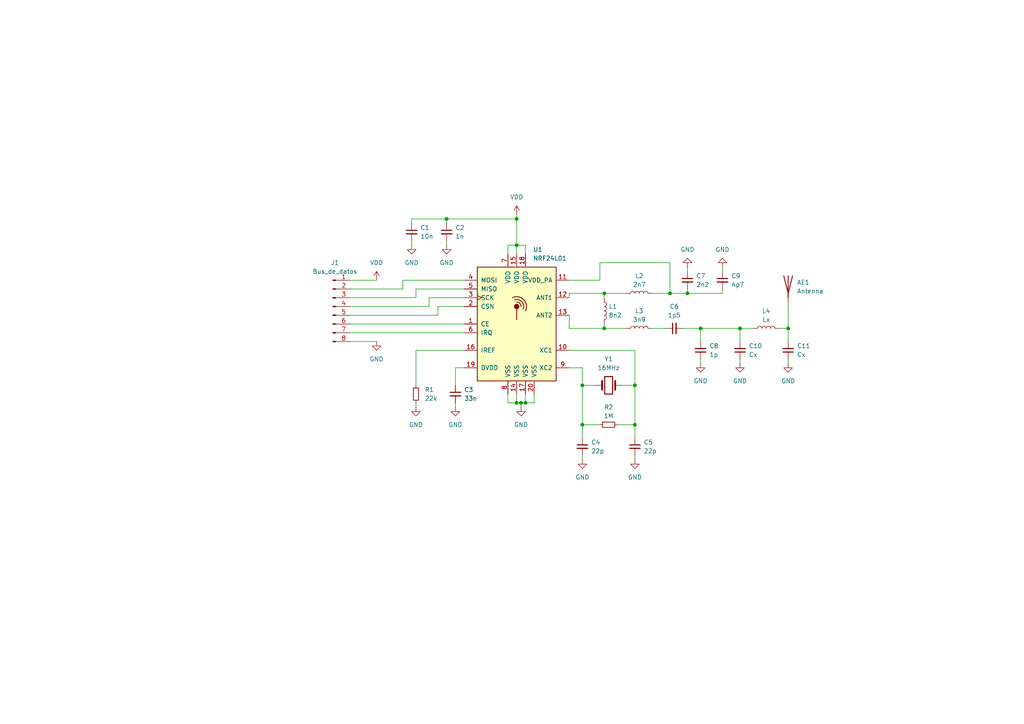
<source format=kicad_sch>
(kicad_sch (version 20250114) (generator "eeschema") (generator_version "9.0")
  (paper "A4")
  (lib_symbols
    (symbol "Connector:Conn_01x08_Pin" (pin_names (offset 1.016) (hide yes))
      (property "Reference" "J" (at 0 10.16 0))
      (property "Value" "Conn_01x08_Pin" (at 0 -12.7 0))
      (symbol "Conn_01x08_Pin_1_1"
        (rectangle (start 0.8636 7.747) (end 0 7.493) (stroke (width 0.1524)) (fill (type outline)))
        (rectangle (start 0.8636 5.207) (end 0 4.953) (stroke (width 0.1524)) (fill (type outline)))
        (rectangle (start 0.8636 2.667) (end 0 2.413) (stroke (width 0.1524)) (fill (type outline)))
        (rectangle (start 0.8636 0.127) (end 0 -0.127) (stroke (width 0.1524)) (fill (type outline)))
        (rectangle (start 0.8636 -2.413) (end 0 -2.667) (stroke (width 0.1524)) (fill (type outline)))
        (rectangle (start 0.8636 -4.953) (end 0 -5.207) (stroke (width 0.1524)) (fill (type outline)))
        (rectangle (start 0.8636 -7.493) (end 0 -7.747) (stroke (width 0.1524)) (fill (type outline)))
        (rectangle (start 0.8636 -10.033) (end 0 -10.287) (stroke (width 0.1524)) (fill (type outline)))
        (polyline (pts (xy 1.27 7.62) (xy 0.8636 7.62)) (stroke (width 0.1524)))
        (polyline (pts (xy 1.27 5.08) (xy 0.8636 5.08)) (stroke (width 0.1524)))
        (polyline (pts (xy 1.27 2.54) (xy 0.8636 2.54)) (stroke (width 0.1524)))
        (polyline (pts (xy 1.27 0) (xy 0.8636 0)) (stroke (width 0.1524)))
        (polyline (pts (xy 1.27 -2.54) (xy 0.8636 -2.54)) (stroke (width 0.1524)))
        (polyline (pts (xy 1.27 -5.08) (xy 0.8636 -5.08)) (stroke (width 0.1524)))
        (polyline (pts (xy 1.27 -7.62) (xy 0.8636 -7.62)) (stroke (width 0.1524)))
        (polyline (pts (xy 1.27 -10.16) (xy 0.8636 -10.16)) (stroke (width 0.1524)))
        (pin passive line (at 5.08 7.62 180) (length 3.81) (name "Pin_1") (number "1"))
        (pin passive line (at 5.08 5.08 180) (length 3.81) (name "Pin_2") (number "2"))
        (pin passive line (at 5.08 2.54 180) (length 3.81) (name "Pin_3") (number "3"))
        (pin passive line (at 5.08 0 180) (length 3.81) (name "Pin_4") (number "4"))
        (pin passive line (at 5.08 -2.54 180) (length 3.81) (name "Pin_5") (number "5"))
        (pin passive line (at 5.08 -5.08 180) (length 3.81) (name "Pin_6") (number "6"))
        (pin passive line (at 5.08 -7.62 180) (length 3.81) (name "Pin_7") (number "7"))
        (pin passive line (at 5.08 -10.16 180) (length 3.81) (name "Pin_8") (number "8"))
      )
    )
    (symbol "Device:Antenna" (pin_numbers (hide yes)) (pin_names (offset 1.016) (hide yes))
      (property "Reference" "AE" (at -1.905 1.905 0))
      (property "Value" "Antenna" (at -1.905 0 0))
      (symbol "Antenna_0_1"
        (polyline (pts (xy 0 2.54) (xy 0 -3.81)) (stroke (width 0.254)))
        (polyline (pts (xy 1.27 2.54) (xy 0 -2.54) (xy -1.27 2.54)) (stroke (width 0.254)))
      )
      (symbol "Antenna_1_1"
        (pin input line (at 0 -5.08 90) (length 2.54) (name "A") (number "1"))
      )
    )
    (symbol "Device:C_Small" (pin_numbers (hide yes)) (pin_names (offset 0.254) (hide yes))
      (property "Reference" "C" (at 0.254 1.778 0))
      (property "Value" "C_Small" (at 0.254 -2.032 0))
      (symbol "C_Small_0_1"
        (polyline (pts (xy -1.524 0.508) (xy 1.524 0.508)) (stroke (width 0.3048)))
        (polyline (pts (xy -1.524 -0.508) (xy 1.524 -0.508)) (stroke (width 0.3302)))
      )
      (symbol "C_Small_1_1"
        (pin passive line (at 0 2.54 270) (length 2.032) (name "~") (number "1"))
        (pin passive line (at 0 -2.54 90) (length 2.032) (name "~") (number "2"))
      )
    )
    (symbol "Device:Crystal" (pin_numbers (hide yes)) (pin_names (offset 1.016) (hide yes))
      (property "Reference" "Y" (at 0 3.81 0))
      (property "Value" "Crystal" (at 0 -3.81 0))
      (symbol "Crystal_0_1"
        (polyline (pts (xy -2.54 0) (xy -1.905 0)))
        (polyline (pts (xy -1.905 -1.27) (xy -1.905 1.27)) (stroke (width 0.508)))
        (rectangle (start -1.143 2.54) (end 1.143 -2.54) (stroke (width 0.3048)))
        (polyline (pts (xy 1.905 -1.27) (xy 1.905 1.27)) (stroke (width 0.508)))
        (polyline (pts (xy 2.54 0) (xy 1.905 0)))
      )
      (symbol "Crystal_1_1"
        (pin passive line (at -3.81 0 0) (length 1.27) (name "1") (number "1"))
        (pin passive line (at 3.81 0 180) (length 1.27) (name "2") (number "2"))
      )
    )
    (symbol "Device:L" (pin_numbers (hide yes)) (pin_names (offset 1.016) (hide yes))
      (property "Reference" "L" (at -1.27 0 90))
      (property "Value" "L" (at 1.905 0 90))
      (symbol "L_0_1"
        (arc (start 0 2.54) (mid 0.6323 1.905) (end 0 1.27))
        (arc (start 0 1.27) (mid 0.6323 0.635) (end 0 0))
        (arc (start 0 0) (mid 0.6323 -0.635) (end 0 -1.27))
        (arc (start 0 -1.27) (mid 0.6323 -1.905) (end 0 -2.54))
      )
      (symbol "L_1_1"
        (pin passive line (at 0 3.81 270) (length 1.27) (name "1") (number "1"))
        (pin passive line (at 0 -3.81 90) (length 1.27) (name "2") (number "2"))
      )
    )
    (symbol "Device:R_Small" (pin_numbers (hide yes)) (pin_names (offset 0.254) (hide yes))
      (property "Reference" "R" (at 0.762 0.508 0))
      (property "Value" "R_Small" (at 0.762 -1.016 0))
      (symbol "R_Small_0_1"
        (rectangle (start -0.762 1.778) (end 0.762 -1.778) (stroke (width 0.2032)))
      )
      (symbol "R_Small_1_1"
        (pin passive line (at 0 2.54 270) (length 0.762) (name "~") (number "1"))
        (pin passive line (at 0 -2.54 90) (length 0.762) (name "~") (number "2"))
      )
    )
    (symbol "RF:NRF24L01" (pin_names (offset 1.016))
      (property "Reference" "U" (at -11.43 17.78 0))
      (property "Value" "NRF24L01" (at 5.08 17.78 0))
      (symbol "NRF24L01_0_1"
        (rectangle (start -11.43 16.51) (end 11.43 -16.51) (stroke (width 0.254)) (fill (type background)))
        (arc (start -1.27 7.62) (mid 2.008 7.088) (end 2.54 3.81) (stroke (width 0.254)))
        (circle (center 0 5.08) (radius 0.635) (stroke (width 0.254)) (fill (type outline)))
        (polyline (pts (xy 0 4.445) (xy 0 1.27)) (stroke (width 0.254)))
        (arc (start -0.635 6.985) (mid 1.4383 6.5183) (end 1.905 4.445) (stroke (width 0.254)))
        (arc (start 0 6.35) (mid 0.9108 5.9908) (end 1.27 5.08) (stroke (width 0.254)))
        (rectangle (start 11.43 -13.97) (end 11.43 -13.97))
      )
      (symbol "NRF24L01_1_1"
        (pin input line (at -15.24 12.7 0) (length 3.81) (name "MOSI") (number "4"))
        (pin output line (at -15.24 10.16 0) (length 3.81) (name "MISO") (number "5"))
        (pin input clock (at -15.24 7.62 0) (length 3.81) (name "SCK") (number "3"))
        (pin input line (at -15.24 5.08 0) (length 3.81) (name "CSN") (number "2"))
        (pin input line (at -15.24 0 0) (length 3.81) (name "CE") (number "1"))
        (pin output line (at -15.24 -2.54 0) (length 3.81) (name "IRQ") (number "6"))
        (pin passive line (at -15.24 -7.62 0) (length 3.81) (name "IREF") (number "16"))
        (pin power_out line (at -15.24 -12.7 0) (length 3.81) (name "DVDD") (number "19"))
        (pin power_in line (at -2.54 20.32 270) (length 3.81) (name "VDD") (number "7"))
        (pin power_in line (at -2.54 -20.32 90) (length 3.81) (name "VSS") (number "8"))
        (pin power_in line (at 0 20.32 270) (length 3.81) (name "VDD") (number "15"))
        (pin power_in line (at 0 -20.32 90) (length 3.81) (name "VSS") (number "14"))
        (pin power_in line (at 2.54 20.32 270) (length 3.81) (name "VDD") (number "18"))
        (pin power_in line (at 2.54 -20.32 90) (length 3.81) (name "VSS") (number "17"))
        (pin power_in line (at 5.08 -20.32 90) (length 3.81) (name "VSS") (number "20"))
        (pin power_out line (at 15.24 12.7 180) (length 3.81) (name "VDD_PA") (number "11"))
        (pin passive line (at 15.24 7.62 180) (length 3.81) (name "ANT1") (number "12"))
        (pin passive line (at 15.24 2.54 180) (length 3.81) (name "ANT2") (number "13"))
        (pin passive line (at 15.24 -7.62 180) (length 3.81) (name "XC1") (number "10"))
        (pin passive line (at 15.24 -12.7 180) (length 3.81) (name "XC2") (number "9"))
      )
    )
    (symbol "power:GND" (power) (pin_numbers (hide yes)) (pin_names (offset 0) (hide yes))
      (property "Value" "GND" (at 0 -3.81 0))
      (symbol "GND_0_1"
        (polyline (pts (xy 0 0) (xy 0 -1.27) (xy 1.27 -1.27) (xy 0 -2.54) (xy -1.27 -1.27) (xy 0 -1.27)))
      )
      (symbol "GND_1_1"
        (pin power_in line (at 0 0 270) (length 0) (name "~") (number "1"))
      )
    )
    (symbol "power:VDD" (power) (pin_numbers (hide yes)) (pin_names (offset 0) (hide yes))
      (property "Value" "VDD" (at 0 3.556 0))
      (symbol "VDD_0_1"
        (polyline (pts (xy -0.762 1.27) (xy 0 2.54)))
        (polyline (pts (xy 0 2.54) (xy 0.762 1.27)))
        (polyline (pts (xy 0 0) (xy 0 2.54)))
      )
      (symbol "VDD_1_1"
        (pin power_in line (at 0 0 90) (length 0) (name "~") (number "1"))
      )
    )
  )
  (junction (at 149.86 116.84))
  (junction (at 151.13 116.84))
  (junction (at 214.63 95.25))
  (junction (at 152.4 116.84))
  (junction (at 199.39 85.09))
  (junction (at 203.2 95.25))
  (junction (at 129.54 63.5))
  (junction (at 184.15 123.19))
  (junction (at 184.15 111.76))
  (junction (at 175.26 95.25))
  (junction (at 228.6 95.25))
  (junction (at 149.86 63.5))
  (junction (at 168.91 123.19))
  (junction (at 175.26 85.09))
  (junction (at 194.31 85.09))
  (junction (at 168.91 111.76))
  (junction (at 149.86 71.12))
  (wire (pts (xy 173.99 81.28) (xy 173.99 76.2)))
  (wire (pts (xy 151.13 116.84) (xy 152.4 116.84)))
  (wire (pts (xy 120.65 86.36) (xy 120.65 83.82)))
  (wire (pts (xy 147.32 114.3) (xy 147.32 116.84)))
  (wire (pts (xy 165.1 106.68) (xy 168.91 106.68)))
  (wire (pts (xy 132.08 111.76) (xy 132.08 106.68)))
  (wire (pts (xy 184.15 101.6) (xy 184.15 111.76)))
  (wire (pts (xy 175.26 93.98) (xy 175.26 95.25)))
  (wire (pts (xy 154.94 116.84) (xy 154.94 114.3)))
  (wire (pts (xy 149.86 62.23) (xy 149.86 63.5)))
  (wire (pts (xy 199.39 85.09) (xy 209.55 85.09)))
  (wire (pts (xy 168.91 123.19) (xy 173.99 123.19)))
  (wire (pts (xy 165.1 86.36) (xy 165.1 85.09)))
  (wire (pts (xy 168.91 123.19) (xy 168.91 127)))
  (wire (pts (xy 226.06 95.25) (xy 228.6 95.25)))
  (wire (pts (xy 149.86 114.3) (xy 149.86 116.84)))
  (wire (pts (xy 127 88.9) (xy 134.62 88.9)))
  (wire (pts (xy 101.6 93.98) (xy 134.62 93.98)))
  (wire (pts (xy 129.54 63.5) (xy 149.86 63.5)))
  (wire (pts (xy 101.6 96.52) (xy 134.62 96.52)))
  (wire (pts (xy 189.23 85.09) (xy 194.31 85.09)))
  (wire (pts (xy 132.08 116.84) (xy 132.08 118.11)))
  (wire (pts (xy 101.6 86.36) (xy 120.65 86.36)))
  (wire (pts (xy 120.65 116.84) (xy 120.65 118.11)))
  (wire (pts (xy 184.15 111.76) (xy 184.15 123.19)))
  (wire (pts (xy 119.38 63.5) (xy 129.54 63.5)))
  (wire (pts (xy 151.13 116.84) (xy 151.13 118.11)))
  (wire (pts (xy 168.91 106.68) (xy 168.91 111.76)))
  (wire (pts (xy 214.63 95.25) (xy 218.44 95.25)))
  (wire (pts (xy 203.2 104.14) (xy 203.2 105.41)))
  (wire (pts (xy 152.4 114.3) (xy 152.4 116.84)))
  (wire (pts (xy 214.63 95.25) (xy 214.63 99.06)))
  (wire (pts (xy 101.6 83.82) (xy 116.84 83.82)))
  (wire (pts (xy 120.65 83.82) (xy 134.62 83.82)))
  (wire (pts (xy 173.99 76.2) (xy 194.31 76.2)))
  (wire (pts (xy 228.6 104.14) (xy 228.6 105.41)))
  (wire (pts (xy 147.32 116.84) (xy 149.86 116.84)))
  (wire (pts (xy 127 91.44) (xy 127 88.9)))
  (wire (pts (xy 101.6 81.28) (xy 109.22 81.28)))
  (wire (pts (xy 165.1 101.6) (xy 184.15 101.6)))
  (wire (pts (xy 120.65 111.76) (xy 120.65 101.6)))
  (wire (pts (xy 129.54 69.85) (xy 129.54 71.12)))
  (wire (pts (xy 165.1 85.09) (xy 175.26 85.09)))
  (wire (pts (xy 175.26 85.09) (xy 181.61 85.09)))
  (wire (pts (xy 152.4 116.84) (xy 154.94 116.84)))
  (wire (pts (xy 149.86 116.84) (xy 151.13 116.84)))
  (wire (pts (xy 101.6 99.06) (xy 109.22 99.06)))
  (wire (pts (xy 203.2 95.25) (xy 203.2 99.06)))
  (wire (pts (xy 119.38 64.77) (xy 119.38 63.5)))
  (wire (pts (xy 184.15 132.08) (xy 184.15 133.35)))
  (wire (pts (xy 149.86 71.12) (xy 149.86 73.66)))
  (wire (pts (xy 165.1 91.44) (xy 165.1 95.25)))
  (wire (pts (xy 175.26 85.09) (xy 175.26 86.36)))
  (wire (pts (xy 124.46 88.9) (xy 124.46 86.36)))
  (wire (pts (xy 228.6 87.63) (xy 228.6 95.25)))
  (wire (pts (xy 194.31 85.09) (xy 199.39 85.09)))
  (wire (pts (xy 228.6 95.25) (xy 228.6 99.06)))
  (wire (pts (xy 199.39 78.74) (xy 199.39 77.47)))
  (wire (pts (xy 199.39 83.82) (xy 199.39 85.09)))
  (wire (pts (xy 165.1 95.25) (xy 175.26 95.25)))
  (wire (pts (xy 189.23 95.25) (xy 193.04 95.25)))
  (wire (pts (xy 175.26 95.25) (xy 181.61 95.25)))
  (wire (pts (xy 147.32 71.12) (xy 149.86 71.12)))
  (wire (pts (xy 149.86 71.12) (xy 152.4 71.12)))
  (wire (pts (xy 209.55 85.09) (xy 209.55 83.82)))
  (wire (pts (xy 149.86 63.5) (xy 149.86 71.12)))
  (wire (pts (xy 116.84 81.28) (xy 134.62 81.28)))
  (wire (pts (xy 214.63 104.14) (xy 214.63 105.41)))
  (wire (pts (xy 147.32 73.66) (xy 147.32 71.12)))
  (wire (pts (xy 132.08 106.68) (xy 134.62 106.68)))
  (wire (pts (xy 165.1 81.28) (xy 173.99 81.28)))
  (wire (pts (xy 101.6 91.44) (xy 127 91.44)))
  (wire (pts (xy 168.91 111.76) (xy 172.72 111.76)))
  (wire (pts (xy 168.91 111.76) (xy 168.91 123.19)))
  (wire (pts (xy 101.6 88.9) (xy 124.46 88.9)))
  (wire (pts (xy 119.38 69.85) (xy 119.38 71.12)))
  (wire (pts (xy 179.07 123.19) (xy 184.15 123.19)))
  (wire (pts (xy 198.12 95.25) (xy 203.2 95.25)))
  (wire (pts (xy 214.63 95.25) (xy 203.2 95.25)))
  (wire (pts (xy 180.34 111.76) (xy 184.15 111.76)))
  (wire (pts (xy 184.15 123.19) (xy 184.15 127)))
  (wire (pts (xy 152.4 71.12) (xy 152.4 73.66)))
  (wire (pts (xy 209.55 78.74) (xy 209.55 77.47)))
  (wire (pts (xy 194.31 76.2) (xy 194.31 85.09)))
  (wire (pts (xy 168.91 132.08) (xy 168.91 133.35)))
  (wire (pts (xy 120.65 101.6) (xy 134.62 101.6)))
  (wire (pts (xy 116.84 83.82) (xy 116.84 81.28)))
  (wire (pts (xy 124.46 86.36) (xy 134.62 86.36)))
  (wire (pts (xy 129.54 64.77) (xy 129.54 63.5)))
  (symbol (lib_id "power:GND") (at 168.91 133.35 0) (unit 1)
    (property "Reference" "#PWR09" (effects (hide yes)))
    (property "Value" "GND" (at 168.91 138.43 0))
    (property "Description" "Power symbol creates a global label with name \"GND\" , ground" (effects (hide yes)))
  )
  (symbol (lib_id "power:GND") (at 214.63 105.41 0) (unit 1)
    (property "Reference" "#PWR014" (effects (hide yes)))
    (property "Value" "GND" (at 214.63 110.49 0))
    (property "Description" "Power symbol creates a global label with name \"GND\" , ground" (effects (hide yes)))
  )
  (symbol (lib_id "power:VDD") (at 149.86 62.23 0) (unit 1)
    (property "Reference" "#PWR07" (effects (hide yes)))
    (property "Value" "VDD" (at 149.86 57.15 0))
    (property "Description" "Power symbol creates a global label with name \"VDD\"" (effects (hide yes)))
  )
  (symbol (lib_id "Device:L") (at 185.42 95.25 90) (unit 1)
    (property "Reference" "L3" (at 185.42 90.17 90))
    (property "Value" "3n9" (at 185.42 92.71 90))
    (property "Footprint" "Inductor_SMD:L_0402_1005Metric" (effects (hide yes)))
    (property "Description" "Inductor" (effects (hide yes)))
  )
  (symbol (lib_id "power:GND") (at 129.54 71.12 0) (unit 1)
    (property "Reference" "#PWR05" (effects (hide yes)))
    (property "Value" "GND" (at 129.54 76.2 0))
    (property "Description" "Power symbol creates a global label with name \"GND\" , ground" (effects (hide yes)))
  )
  (symbol (lib_id "power:GND") (at 203.2 105.41 0) (unit 1)
    (property "Reference" "#PWR012" (effects (hide yes)))
    (property "Value" "GND" (at 203.2 110.49 0))
    (property "Description" "Power symbol creates a global label with name \"GND\" , ground" (effects (hide yes)))
  )
  (symbol (lib_id "Device:L") (at 185.42 85.09 90) (unit 1)
    (property "Reference" "L2" (at 185.42 80.01 90))
    (property "Value" "2n7" (at 185.42 82.55 90))
    (property "Footprint" "Inductor_SMD:L_0402_1005Metric" (effects (hide yes)))
    (property "Description" "Inductor" (effects (hide yes)))
  )
  (symbol (lib_id "Device:C_Small") (at 228.6 101.6 180) (unit 1)
    (property "Reference" "C11" (at 231.14 100.3235 0) (effects (justify right)))
    (property "Value" "Cx" (at 231.14 102.8635 0) (effects (justify right)))
    (property "Footprint" "Capacitor_SMD:C_0402_1005Metric" (effects (hide yes)))
    (property "Description" "Unpolarized capacitor, small symbol" (effects (hide yes)))
  )
  (symbol (lib_id "Device:C_Small") (at 214.63 101.6 180) (unit 1)
    (property "Reference" "C10" (at 217.17 100.3235 0) (effects (justify right)))
    (property "Value" "Cx" (at 217.17 102.8635 0) (effects (justify right)))
    (property "Footprint" "Capacitor_SMD:C_0402_1005Metric" (effects (hide yes)))
    (property "Description" "Unpolarized capacitor, small symbol" (effects (hide yes)))
  )
  (symbol (lib_id "Device:C_Small") (at 203.2 101.6 180) (unit 1)
    (property "Reference" "C8" (at 205.74 100.3235 0) (effects (justify right)))
    (property "Value" "1p" (at 205.74 102.8635 0) (effects (justify right)))
    (property "Footprint" "Capacitor_SMD:C_0402_1005Metric" (effects (hide yes)))
    (property "Description" "Unpolarized capacitor, small symbol" (effects (hide yes)))
  )
  (symbol (lib_id "Device:C_Small") (at 129.54 67.31 0) (unit 1)
    (property "Reference" "C2" (at 132.08 66.0462 0) (effects (justify left)))
    (property "Value" "1n" (at 132.08 68.5862 0) (effects (justify left)))
    (property "Footprint" "Capacitor_SMD:C_0402_1005Metric" (effects (hide yes)))
    (property "Description" "Unpolarized capacitor, small symbol" (effects (hide yes)))
  )
  (symbol (lib_id "Device:C_Small") (at 199.39 81.28 0) (unit 1)
    (property "Reference" "C7" (at 201.93 80.0162 0) (effects (justify left)))
    (property "Value" "2n2" (at 201.93 82.5562 0) (effects (justify left)))
    (property "Footprint" "Capacitor_SMD:C_0402_1005Metric" (effects (hide yes)))
    (property "Description" "Unpolarized capacitor, small symbol" (effects (hide yes)))
  )
  (symbol (lib_id "power:GND") (at 132.08 118.11 0) (unit 1)
    (property "Reference" "#PWR06" (effects (hide yes)))
    (property "Value" "GND" (at 132.08 123.19 0))
    (property "Description" "Power symbol creates a global label with name \"GND\" , ground" (effects (hide yes)))
  )
  (symbol (lib_id "Connector:Conn_01x08_Pin") (at 96.52 88.9 0) (unit 1)
    (property "Reference" "J1" (at 97.155 76.2 0))
    (property "Value" "Bus_de_datos" (at 97.155 78.74 0))
    (property "Footprint" "Connector_Hirose:Hirose_DF13-08P-1.25DSA_1x08_P1.25mm_Vertical" (effects (hide yes)))
    (property "Description" "Generic connector, single row, 01x08, script generated" (effects (hide yes)))
  )
  (symbol (lib_id "Device:C_Small") (at 184.15 129.54 0) (unit 1)
    (property "Reference" "C5" (at 186.69 128.2762 0) (effects (justify left)))
    (property "Value" "22p" (at 186.69 130.8162 0) (effects (justify left)))
    (property "Footprint" "Capacitor_SMD:C_0402_1005Metric" (effects (hide yes)))
    (property "Description" "Unpolarized capacitor, small symbol" (effects (hide yes)))
  )
  (symbol (lib_id "Device:C_Small") (at 168.91 129.54 0) (unit 1)
    (property "Reference" "C4" (at 171.45 128.2762 0) (effects (justify left)))
    (property "Value" "22p" (at 171.45 130.8162 0) (effects (justify left)))
    (property "Footprint" "Capacitor_SMD:C_0402_1005Metric" (effects (hide yes)))
    (property "Description" "Unpolarized capacitor, small symbol" (effects (hide yes)))
  )
  (symbol (lib_id "power:GND") (at 199.39 77.47 180) (unit 1)
    (property "Reference" "#PWR011" (effects (hide yes)))
    (property "Value" "GND" (at 199.39 72.39 0))
    (property "Description" "Power symbol creates a global label with name \"GND\" , ground" (effects (hide yes)))
  )
  (symbol (lib_id "power:GND") (at 119.38 71.12 0) (unit 1)
    (property "Reference" "#PWR03" (effects (hide yes)))
    (property "Value" "GND" (at 119.38 76.2 0))
    (property "Description" "Power symbol creates a global label with name \"GND\" , ground" (effects (hide yes)))
  )
  (symbol (lib_id "power:GND") (at 184.15 133.35 0) (unit 1)
    (property "Reference" "#PWR010" (effects (hide yes)))
    (property "Value" "GND" (at 184.15 138.43 0))
    (property "Description" "Power symbol creates a global label with name \"GND\" , ground" (effects (hide yes)))
  )
  (symbol (lib_id "Device:Crystal") (at 176.53 111.76 0) (unit 1)
    (property "Reference" "Y1" (at 176.53 104.14 0))
    (property "Value" "16MHz" (at 176.53 106.68 0))
    (property "Footprint" "Crystal:Crystal_SMD_3215-2Pin_3.2x1.5mm" (effects (hide yes)))
    (property "Description" "Two pin crystal" (effects (hide yes)))
  )
  (symbol (lib_id "Device:R_Small") (at 176.53 123.19 90) (unit 1)
    (property "Reference" "R2" (at 176.53 118.11 90))
    (property "Value" "1M" (at 176.53 120.65 90))
    (property "Footprint" "Resistor_SMD:R_0402_1005Metric" (effects (hide yes)))
    (property "Description" "Resistor, small symbol" (effects (hide yes)))
  )
  (symbol (lib_id "Device:C_Small") (at 195.58 95.25 90) (unit 1)
    (property "Reference" "C6" (at 195.5863 88.9 90))
    (property "Value" "1p5" (at 195.5863 91.44 90))
    (property "Footprint" "Capacitor_SMD:C_0402_1005Metric" (effects (hide yes)))
    (property "Description" "Unpolarized capacitor, small symbol" (effects (hide yes)))
  )
  (symbol (lib_id "power:VDD") (at 109.22 81.28 0) (unit 1)
    (property "Reference" "#PWR01" (effects (hide yes)))
    (property "Value" "VDD" (at 109.22 76.2 0))
    (property "Description" "Power symbol creates a global label with name \"VDD\"" (effects (hide yes)))
  )
  (symbol (lib_id "Device:L") (at 222.25 95.25 90) (unit 1)
    (property "Reference" "L4" (at 222.25 90.17 90))
    (property "Value" "Lx" (at 222.25 92.71 90))
    (property "Footprint" "Inductor_SMD:L_0402_1005Metric" (effects (hide yes)))
    (property "Description" "Inductor" (effects (hide yes)))
  )
  (symbol (lib_id "power:GND") (at 120.65 118.11 0) (unit 1)
    (property "Reference" "#PWR04" (effects (hide yes)))
    (property "Value" "GND" (at 120.65 123.19 0))
    (property "Description" "Power symbol creates a global label with name \"GND\" , ground" (effects (hide yes)))
  )
  (symbol (lib_id "Device:L") (at 175.26 90.17 0) (unit 1)
    (property "Reference" "L1" (at 176.53 88.8999 0) (effects (justify left)))
    (property "Value" "8n2" (at 176.53 91.4399 0) (effects (justify left)))
    (property "Footprint" "Inductor_SMD:L_0402_1005Metric" (effects (hide yes)))
    (property "Description" "Inductor" (effects (hide yes)))
  )
  (symbol (lib_id "RF:NRF24L01") (at 149.86 93.98 0) (unit 1)
    (property "Reference" "U1" (at 154.5941 72.39 0) (effects (justify left)))
    (property "Value" "NRF24L01" (at 154.5941 74.93 0) (effects (justify left)))
    (property "Footprint" "Package_DFN_QFN:QFN-20-1EP_4x4mm_P0.5mm_EP2.5x2.5mm" (effects (hide yes)))
    (property "Datasheet" "http://www.nordicsemi.com/eng/content/download/2730/34105/file/nRF24L01_Product_Specification_v2_0.pdf" (effects (hide yes)))
    (property "Description" "Ultra low power 2.4GHz RF Transceiver, QFN-20" (effects (hide yes)))
  )
  (symbol (lib_id "Device:C_Small") (at 209.55 81.28 0) (unit 1)
    (property "Reference" "C9" (at 212.09 80.0162 0) (effects (justify left)))
    (property "Value" "4p7" (at 212.09 82.5562 0) (effects (justify left)))
    (property "Footprint" "Capacitor_SMD:C_0402_1005Metric" (effects (hide yes)))
    (property "Description" "Unpolarized capacitor, small symbol" (effects (hide yes)))
  )
  (symbol (lib_id "power:GND") (at 109.22 99.06 0) (unit 1)
    (property "Reference" "#PWR02" (effects (hide yes)))
    (property "Value" "GND" (at 109.22 104.14 0))
    (property "Description" "Power symbol creates a global label with name \"GND\" , ground" (effects (hide yes)))
  )
  (symbol (lib_id "power:GND") (at 209.55 77.47 180) (unit 1)
    (property "Reference" "#PWR013" (effects (hide yes)))
    (property "Value" "GND" (at 209.55 72.39 0))
    (property "Description" "Power symbol creates a global label with name \"GND\" , ground" (effects (hide yes)))
  )
  (symbol (lib_id "power:GND") (at 151.13 118.11 0) (unit 1)
    (property "Reference" "#PWR08" (effects (hide yes)))
    (property "Value" "GND" (at 151.13 123.19 0))
    (property "Description" "Power symbol creates a global label with name \"GND\" , ground" (effects (hide yes)))
  )
  (symbol (lib_id "Device:C_Small") (at 119.38 67.31 0) (unit 1)
    (property "Reference" "C1" (at 121.92 66.0462 0) (effects (justify left)))
    (property "Value" "10n" (at 121.92 68.5862 0) (effects (justify left)))
    (property "Footprint" "Capacitor_SMD:C_0402_1005Metric" (effects (hide yes)))
    (property "Description" "Unpolarized capacitor, small symbol" (effects (hide yes)))
  )
  (symbol (lib_id "Device:C_Small") (at 132.08 114.3 0) (unit 1)
    (property "Reference" "C3" (at 134.62 113.0362 0) (effects (justify left)))
    (property "Value" "33n" (at 134.62 115.5762 0) (effects (justify left)))
    (property "Footprint" "Capacitor_SMD:C_0402_1005Metric" (effects (hide yes)))
    (property "Description" "Unpolarized capacitor, small symbol" (effects (hide yes)))
  )
  (symbol (lib_id "Device:R_Small") (at 120.65 114.3 0) (unit 1)
    (property "Reference" "R1" (at 123.19 113.0299 0) (effects (justify left)))
    (property "Value" "22k" (at 123.19 115.5699 0) (effects (justify left)))
    (property "Footprint" "Resistor_SMD:R_0402_1005Metric" (effects (hide yes)))
    (property "Description" "Resistor, small symbol" (effects (hide yes)))
  )
  (symbol (lib_id "power:GND") (at 228.6 105.41 0) (unit 1)
    (property "Reference" "#PWR015" (effects (hide yes)))
    (property "Value" "GND" (at 228.6 110.49 0))
    (property "Description" "Power symbol creates a global label with name \"GND\" , ground" (effects (hide yes)))
  )
  (symbol (lib_id "Device:Antenna") (at 228.6 82.55 0) (unit 1)
    (property "Reference" "AE1" (at 231.14 81.9149 0) (effects (justify left)))
    (property "Value" "Antenna" (at 231.14 84.4549 0) (effects (justify left)))
    (property "Footprint" "RF_Antenna:Texas_SWRA117D_2.4GHz_Right" (effects (hide yes)))
    (property "Description" "Antenna" (effects (hide yes)))
  )
)
</source>
